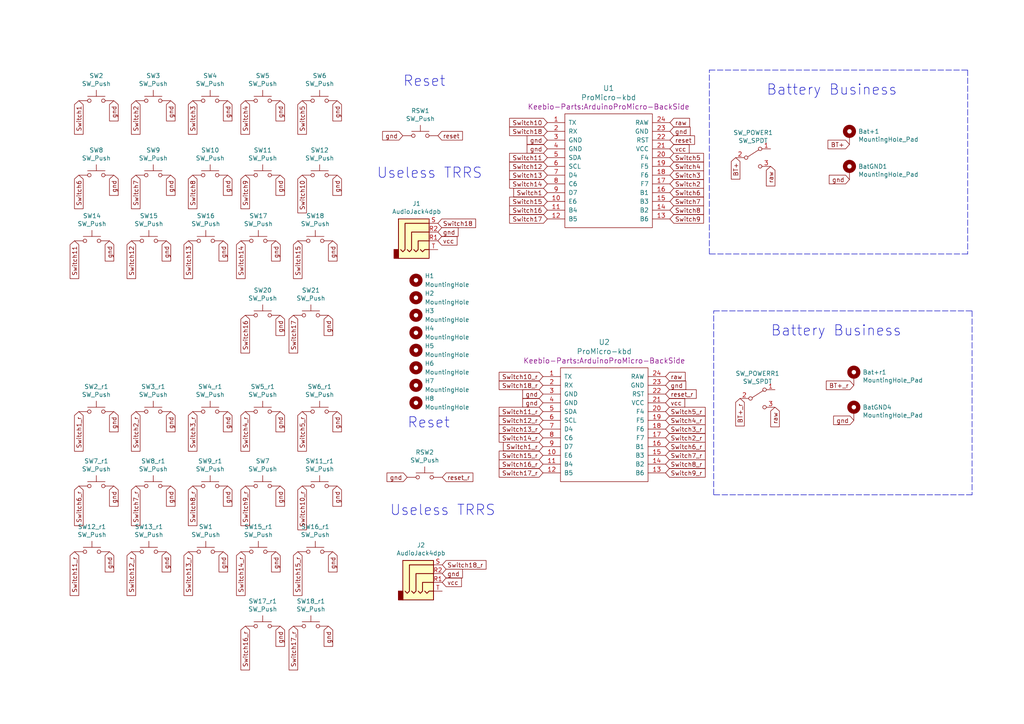
<source format=kicad_sch>
(kicad_sch (version 20211123) (generator eeschema)
  (paper "A4")
  (title_block (title "Sweep V2") (date "2021-03-10") (rev "0.1") (company "broomlabs"))
  (lib_symbols
    (symbol "Connector:AudioJack4"
      (property "Reference" "J" (at 0 8.89 0))
      (property "Value" "AudioJack4" (at 0 6.35 0))
      (symbol "AudioJack4_0_1"
        (rectangle (start -6.35 -5.08) (end -7.62 -7.62) (stroke (width 0.254)) (fill (type outline)))
        (polyline (pts (xy 0 -5.08) (xy 0.635 -5.715) (xy 1.27 -5.08) (xy 2.54 -5.08)) (stroke (width 0.254)))
        (polyline (pts (xy -5.715 -5.08) (xy -5.08 -5.715) (xy -4.445 -5.08) (xy -4.445 2.54) (xy 2.54 2.54)) (stroke (width 0.254)))
        (polyline (pts (xy -1.905 -5.08) (xy -1.27 -5.715) (xy -0.635 -5.08) (xy -0.635 -2.54) (xy 2.54 -2.54)) (stroke (width 0.254)))
        (polyline (pts (xy 2.54 0) (xy -2.54 0) (xy -2.54 -5.08) (xy -3.175 -5.715) (xy -3.81 -5.08)) (stroke (width 0.254)))
        (rectangle (start 2.54 3.81) (end -6.35 -7.62) (stroke (width 0.254)) (fill (type background)))
      )
      (symbol "AudioJack4_1_1"
        (pin passive line (at 5.08 -2.54 180) (length 2.54) (name "~") (number "R1"))
        (pin passive line (at 5.08 0 180) (length 2.54) (name "~") (number "R2"))
        (pin passive line (at 5.08 2.54 180) (length 2.54) (name "~") (number "S"))
        (pin passive line (at 5.08 -5.08 180) (length 2.54) (name "~") (number "T"))
      )
    )
    (symbol "Mechanical:MountingHole" (pin_names (offset 1.016))
      (property "Reference" "H" (at 0 5.08 0))
      (property "Value" "MountingHole" (at 0 3.175 0))
      (symbol "MountingHole_0_1"
        (circle (center 0 0) (radius 1.27) (stroke (width 1.27)))
      )
    )
    (symbol "Mechanical:MountingHole_Pad" (pin_numbers hide) (pin_names (offset 1.016) hide)
      (property "Reference" "H" (at 0 6.35 0))
      (property "Value" "MountingHole_Pad" (at 0 4.445 0))
      (symbol "MountingHole_Pad_0_1"
        (circle (center 0 1.27) (radius 1.27) (stroke (width 1.27)))
      )
      (symbol "MountingHole_Pad_1_1"
        (pin input line (at 0 -2.54 90) (length 2.54) (name "1") (number "1"))
      )
    )
    (symbol "Switch:SW_Push" (pin_numbers hide) (pin_names (offset 1.016) hide)
      (property "Reference" "SW" (at 1.27 2.54 0))
      (property "Value" "SW_Push" (at 0 -1.524 0))
      (symbol "SW_Push_0_1"
        (circle (center -2.032 0) (radius 0.508))
        (polyline (pts (xy 0 1.27) (xy 0 3.048)))
        (polyline (pts (xy 2.54 1.27) (xy -2.54 1.27)))
        (circle (center 2.032 0) (radius 0.508))
        (pin passive line (at -5.08 0 0) (length 2.54) (name "1") (number "1"))
        (pin passive line (at 5.08 0 180) (length 2.54) (name "2") (number "2"))
      )
    )
    (symbol "Switch:SW_SPDT" (pin_names (offset 0) hide)
      (property "Reference" "SW" (at 0 4.318 0))
      (property "Value" "SW_SPDT" (at 0 -5.08 0))
      (symbol "SW_SPDT_0_0"
        (circle (center -2.032 0) (radius 0.508))
        (circle (center 2.032 -2.54) (radius 0.508))
      )
      (symbol "SW_SPDT_0_1"
        (polyline (pts (xy -1.524 0.254) (xy 1.651 2.286)))
        (circle (center 2.032 2.54) (radius 0.508))
      )
      (symbol "SW_SPDT_1_1"
        (pin passive line (at 5.08 2.54 180) (length 2.54) (name "A") (number "1"))
        (pin passive line (at -5.08 0 0) (length 2.54) (name "B") (number "2"))
        (pin passive line (at 5.08 -2.54 180) (length 2.54) (name "C") (number "3"))
      )
    )
    (symbol "sweepv2-rescue:ProMicro-kbd-bigblackpill-34key-rescue" (pin_names (offset 1.016))
      (property "Reference" "U" (at 0 24.13 0))
      (property "Value" "ProMicro-kbd-bigblackpill-34key-rescue" (at 0 -13.97 0))
      (symbol "ProMicro-kbd-bigblackpill-34key-rescue_0_1"
        (rectangle (start -12.7 21.59) (end 12.7 -11.43))
      )
      (symbol "ProMicro-kbd-bigblackpill-34key-rescue_1_1"
        (pin bidirectional line (at -17.78 19.05 0) (length 5.08) (name "TX") (number "1"))
        (pin bidirectional line (at -17.78 -3.81 0) (length 5.08) (name "E6") (number "10"))
        (pin bidirectional line (at -17.78 -6.35 0) (length 5.08) (name "B4") (number "11"))
        (pin bidirectional line (at -17.78 -8.89 0) (length 5.08) (name "B5") (number "12"))
        (pin bidirectional line (at 17.78 -8.89 180) (length 5.08) (name "B6") (number "13"))
        (pin bidirectional line (at 17.78 -6.35 180) (length 5.08) (name "B2") (number "14"))
        (pin bidirectional line (at 17.78 -3.81 180) (length 5.08) (name "B3") (number "15"))
        (pin bidirectional line (at 17.78 -1.27 180) (length 5.08) (name "B1") (number "16"))
        (pin bidirectional line (at 17.78 1.27 180) (length 5.08) (name "F7") (number "17"))
        (pin bidirectional line (at 17.78 3.81 180) (length 5.08) (name "F6") (number "18"))
        (pin bidirectional line (at 17.78 6.35 180) (length 5.08) (name "F5") (number "19"))
        (pin bidirectional line (at -17.78 16.51 0) (length 5.08) (name "RX") (number "2"))
        (pin bidirectional line (at 17.78 8.89 180) (length 5.08) (name "F4") (number "20"))
        (pin power_in line (at 17.78 11.43 180) (length 5.08) (name "VCC") (number "21"))
        (pin input line (at 17.78 13.97 180) (length 5.08) (name "RST") (number "22"))
        (pin power_in line (at 17.78 16.51 180) (length 5.08) (name "GND") (number "23"))
        (pin power_out line (at 17.78 19.05 180) (length 5.08) (name "RAW") (number "24"))
        (pin power_in line (at -17.78 13.97 0) (length 5.08) (name "GND") (number "3"))
        (pin power_in line (at -17.78 11.43 0) (length 5.08) (name "GND") (number "4"))
        (pin bidirectional line (at -17.78 8.89 0) (length 5.08) (name "SDA") (number "5"))
        (pin bidirectional line (at -17.78 6.35 0) (length 5.08) (name "SCL") (number "6"))
        (pin bidirectional line (at -17.78 3.81 0) (length 5.08) (name "D4") (number "7"))
        (pin bidirectional line (at -17.78 1.27 0) (length 5.08) (name "C6") (number "8"))
        (pin bidirectional line (at -17.78 -1.27 0) (length 5.08) (name "D7") (number "9"))
      )
    )
  )
  (polyline (pts (xy 280.67 20.32) (xy 280.67 73.66)))
  (polyline (pts (xy 207.01 143.51) (xy 207.01 90.17)))
  (polyline (pts (xy 207.01 90.17) (xy 281.94 90.17)))
  (polyline (pts (xy 280.67 73.66) (xy 205.74 73.66)))
  (polyline (pts (xy 281.94 143.51) (xy 207.01 143.51)))
  (polyline (pts (xy 205.74 20.32) (xy 280.67 20.32)))
  (polyline (pts (xy 281.94 90.17) (xy 281.94 143.51)))
  (polyline (pts (xy 205.74 73.66) (xy 205.74 20.32)))
  (text "Battery Business" (at 223.52 97.79 0) (effects (font (size 2.9972 2.9972)) (justify left bottom)))
  (text "Useless TRRS\n" (at 113.03 149.86 0) (effects (font (size 2.9972 2.9972)) (justify left bottom)))
  (text "Reset" (at 118.11 124.46 0) (effects (font (size 2.9972 2.9972)) (justify left bottom)))
  (text "Reset" (at 116.84 25.4 0) (effects (font (size 2.9972 2.9972)) (justify left bottom)))
  (text "Useless TRRS\n" (at 109.22 52.07 0) (effects (font (size 2.9972 2.9972)) (justify left bottom)))
  (text "Battery Business" (at 222.25 27.94 0) (effects (font (size 2.9972 2.9972)) (justify left bottom)))
  (global_label "gnd" (shape input) (at 66.04 29.21 270) (property "Intersheet References" "${INTERSHEET_REFS}" (effects hide)))
  (global_label "gnd" (shape input) (at 95.25 181.61 270) (property "Intersheet References" "${INTERSHEET_REFS}" (effects hide)))
  (global_label "Switch9_r" (shape input) (at 71.12 140.97 270) (property "Intersheet References" "${INTERSHEET_REFS}" (effects hide)))
  (global_label "gnd" (shape input) (at 96.52 69.85 270) (property "Intersheet References" "${INTERSHEET_REFS}" (effects hide)))
  (global_label "Switch3" (shape input) (at 55.88 29.21 270) (property "Intersheet References" "${INTERSHEET_REFS}" (effects hide)))
  (global_label "Switch8" (shape input) (at 55.88 50.8 270) (property "Intersheet References" "${INTERSHEET_REFS}" (effects hide)))
  (global_label "gnd" (shape input) (at 116.84 39.37 180) (property "Intersheet References" "${INTERSHEET_REFS}" (effects hide)))
  (global_label "Switch10_r" (shape input) (at 87.63 140.97 270) (property "Intersheet References" "${INTERSHEET_REFS}" (effects hide)))
  (global_label "BT+_r" (shape input) (at 247.65 111.76 180) (property "Intersheet References" "${INTERSHEET_REFS}" (effects hide)))
  (global_label "gnd" (shape input) (at 81.28 181.61 270) (property "Intersheet References" "${INTERSHEET_REFS}" (effects hide)))
  (global_label "Switch18_r" (shape input) (at 157.48 111.76 180) (property "Intersheet References" "${INTERSHEET_REFS}" (effects hide)))
  (global_label "gnd" (shape input) (at 49.53 50.8 270) (property "Intersheet References" "${INTERSHEET_REFS}" (effects hide)))
  (global_label "Switch11" (shape input) (at 158.75 45.72 180) (property "Intersheet References" "${INTERSHEET_REFS}" (effects hide)))
  (global_label "gnd" (shape input) (at 81.28 29.21 270) (property "Intersheet References" "${INTERSHEET_REFS}" (effects hide)))
  (global_label "Switch9" (shape input) (at 194.31 63.5 0) (property "Intersheet References" "${INTERSHEET_REFS}" (effects hide)))
  (global_label "BT+" (shape input) (at 246.38 41.91 180) (property "Intersheet References" "${INTERSHEET_REFS}" (effects hide)))
  (global_label "gnd" (shape input) (at 128.27 166.37 0) (property "Intersheet References" "${INTERSHEET_REFS}" (effects hide)))
  (global_label "Switch15_r" (shape input) (at 157.48 132.08 180) (property "Intersheet References" "${INTERSHEET_REFS}" (effects hide)))
  (global_label "Switch3" (shape input) (at 194.31 50.8 0) (property "Intersheet References" "${INTERSHEET_REFS}" (effects hide)))
  (global_label "Switch10_r" (shape input) (at 157.48 109.22 180) (property "Intersheet References" "${INTERSHEET_REFS}" (effects hide)))
  (global_label "Switch14_r" (shape input) (at 69.85 160.02 270) (property "Intersheet References" "${INTERSHEET_REFS}" (effects hide)))
  (global_label "Switch4_r" (shape input) (at 71.12 119.38 270) (property "Intersheet References" "${INTERSHEET_REFS}" (effects hide)))
  (global_label "gnd" (shape input) (at 157.48 116.84 180) (property "Intersheet References" "${INTERSHEET_REFS}" (effects hide)))
  (global_label "Switch8_r" (shape input) (at 55.88 140.97 270) (property "Intersheet References" "${INTERSHEET_REFS}" (effects hide)))
  (global_label "BT+" (shape input) (at 213.36 45.72 270) (property "Intersheet References" "${INTERSHEET_REFS}" (effects hide)))
  (global_label "Switch14_r" (shape input) (at 157.48 127 180) (property "Intersheet References" "${INTERSHEET_REFS}" (effects hide)))
  (global_label "Switch6" (shape input) (at 194.31 55.88 0) (property "Intersheet References" "${INTERSHEET_REFS}" (effects hide)))
  (global_label "Switch14" (shape input) (at 69.85 69.85 270) (property "Intersheet References" "${INTERSHEET_REFS}" (effects hide)))
  (global_label "gnd" (shape input) (at 158.75 43.18 180) (property "Intersheet References" "${INTERSHEET_REFS}" (effects hide)))
  (global_label "Switch16" (shape input) (at 158.75 60.96 180) (property "Intersheet References" "${INTERSHEET_REFS}" (effects hide)))
  (global_label "gnd" (shape input) (at 81.28 50.8 270) (property "Intersheet References" "${INTERSHEET_REFS}" (effects hide)))
  (global_label "raw" (shape input) (at 193.04 109.22 0) (property "Intersheet References" "${INTERSHEET_REFS}" (effects hide)))
  (global_label "Switch5_r" (shape input) (at 193.04 119.38 0) (property "Intersheet References" "${INTERSHEET_REFS}" (effects hide)))
  (global_label "Switch18" (shape input) (at 127 64.77 0) (property "Intersheet References" "${INTERSHEET_REFS}" (effects hide)))
  (global_label "Switch11" (shape input) (at 21.59 69.85 270) (property "Intersheet References" "${INTERSHEET_REFS}" (effects hide)))
  (global_label "Switch7_r" (shape input) (at 39.37 140.97 270) (property "Intersheet References" "${INTERSHEET_REFS}" (effects hide)))
  (global_label "Switch7" (shape input) (at 194.31 58.42 0) (property "Intersheet References" "${INTERSHEET_REFS}" (effects hide)))
  (global_label "Switch15_r" (shape input) (at 86.36 160.02 270) (property "Intersheet References" "${INTERSHEET_REFS}" (effects hide)))
  (global_label "Switch6" (shape input) (at 22.86 50.8 270) (property "Intersheet References" "${INTERSHEET_REFS}" (effects hide)))
  (global_label "Switch1_r" (shape input) (at 157.48 129.54 180) (property "Intersheet References" "${INTERSHEET_REFS}" (effects hide)))
  (global_label "gnd" (shape input) (at 95.25 91.44 270) (property "Intersheet References" "${INTERSHEET_REFS}" (effects hide)))
  (global_label "gnd" (shape input) (at 48.26 160.02 270) (property "Intersheet References" "${INTERSHEET_REFS}" (effects hide)))
  (global_label "reset_r" (shape input) (at 128.27 138.43 0) (property "Intersheet References" "${INTERSHEET_REFS}" (effects hide)))
  (global_label "Switch2" (shape input) (at 194.31 53.34 0) (property "Intersheet References" "${INTERSHEET_REFS}" (effects hide)))
  (global_label "Switch7" (shape input) (at 39.37 50.8 270) (property "Intersheet References" "${INTERSHEET_REFS}" (effects hide)))
  (global_label "gnd" (shape input) (at 158.75 40.64 180) (property "Intersheet References" "${INTERSHEET_REFS}" (effects hide)))
  (global_label "Switch17_r" (shape input) (at 85.09 181.61 270) (property "Intersheet References" "${INTERSHEET_REFS}" (effects hide)))
  (global_label "Switch10" (shape input) (at 87.63 50.8 270) (property "Intersheet References" "${INTERSHEET_REFS}" (effects hide)))
  (global_label "gnd" (shape input) (at 247.65 121.92 180) (property "Intersheet References" "${INTERSHEET_REFS}" (effects hide)))
  (global_label "reset" (shape input) (at 127 39.37 0) (property "Intersheet References" "${INTERSHEET_REFS}" (effects hide)))
  (global_label "Switch4_r" (shape input) (at 193.04 121.92 0) (property "Intersheet References" "${INTERSHEET_REFS}" (effects hide)))
  (global_label "reset_r" (shape input) (at 193.04 114.3 0) (property "Intersheet References" "${INTERSHEET_REFS}" (effects hide)))
  (global_label "Switch2_r" (shape input) (at 39.37 119.38 270) (property "Intersheet References" "${INTERSHEET_REFS}" (effects hide)))
  (global_label "Switch13" (shape input) (at 54.61 69.85 270) (property "Intersheet References" "${INTERSHEET_REFS}" (effects hide)))
  (global_label "Switch12_r" (shape input) (at 157.48 121.92 180) (property "Intersheet References" "${INTERSHEET_REFS}" (effects hide)))
  (global_label "gnd" (shape input) (at 193.04 111.76 0) (property "Intersheet References" "${INTERSHEET_REFS}" (effects hide)))
  (global_label "gnd" (shape input) (at 97.79 29.21 270) (property "Intersheet References" "${INTERSHEET_REFS}" (effects hide)))
  (global_label "Switch16_r" (shape input) (at 71.12 181.61 270) (property "Intersheet References" "${INTERSHEET_REFS}" (effects hide)))
  (global_label "Switch18_r" (shape input) (at 128.27 163.83 0) (property "Intersheet References" "${INTERSHEET_REFS}" (effects hide)))
  (global_label "gnd" (shape input) (at 81.28 140.97 270) (property "Intersheet References" "${INTERSHEET_REFS}" (effects hide)))
  (global_label "gnd" (shape input) (at 49.53 140.97 270) (property "Intersheet References" "${INTERSHEET_REFS}" (effects hide)))
  (global_label "gnd" (shape input) (at 80.01 160.02 270) (property "Intersheet References" "${INTERSHEET_REFS}" (effects hide)))
  (global_label "gnd" (shape input) (at 118.11 138.43 180) (property "Intersheet References" "${INTERSHEET_REFS}" (effects hide)))
  (global_label "Switch8_r" (shape input) (at 193.04 134.62 0) (property "Intersheet References" "${INTERSHEET_REFS}" (effects hide)))
  (global_label "gnd" (shape input) (at 49.53 29.21 270) (property "Intersheet References" "${INTERSHEET_REFS}" (effects hide)))
  (global_label "Switch1" (shape input) (at 22.86 29.21 270) (property "Intersheet References" "${INTERSHEET_REFS}" (effects hide)))
  (global_label "vcc" (shape input) (at 127 69.85 0) (property "Intersheet References" "${INTERSHEET_REFS}" (effects hide)))
  (global_label "vcc" (shape input) (at 128.27 168.91 0) (property "Intersheet References" "${INTERSHEET_REFS}" (effects hide)))
  (global_label "raw" (shape input) (at 224.79 118.11 270) (property "Intersheet References" "${INTERSHEET_REFS}" (effects hide)))
  (global_label "gnd" (shape input) (at 66.04 119.38 270) (property "Intersheet References" "${INTERSHEET_REFS}" (effects hide)))
  (global_label "gnd" (shape input) (at 31.75 69.85 270) (property "Intersheet References" "${INTERSHEET_REFS}" (effects hide)))
  (global_label "gnd" (shape input) (at 96.52 160.02 270) (property "Intersheet References" "${INTERSHEET_REFS}" (effects hide)))
  (global_label "Switch12" (shape input) (at 38.1 69.85 270) (property "Intersheet References" "${INTERSHEET_REFS}" (effects hide)))
  (global_label "Switch11_r" (shape input) (at 21.59 160.02 270) (property "Intersheet References" "${INTERSHEET_REFS}" (effects hide)))
  (global_label "Switch2" (shape input) (at 39.37 29.21 270) (property "Intersheet References" "${INTERSHEET_REFS}" (effects hide)))
  (global_label "Switch8" (shape input) (at 194.31 60.96 0) (property "Intersheet References" "${INTERSHEET_REFS}" (effects hide)))
  (global_label "gnd" (shape input) (at 157.48 114.3 180) (property "Intersheet References" "${INTERSHEET_REFS}" (effects hide)))
  (global_label "gnd" (shape input) (at 97.79 140.97 270) (property "Intersheet References" "${INTERSHEET_REFS}" (effects hide)))
  (global_label "Switch5" (shape input) (at 194.31 45.72 0) (property "Intersheet References" "${INTERSHEET_REFS}" (effects hide)))
  (global_label "Switch7_r" (shape input) (at 193.04 132.08 0) (property "Intersheet References" "${INTERSHEET_REFS}" (effects hide)))
  (global_label "gnd" (shape input) (at 33.02 119.38 270) (property "Intersheet References" "${INTERSHEET_REFS}" (effects hide)))
  (global_label "gnd" (shape input) (at 33.02 29.21 270) (property "Intersheet References" "${INTERSHEET_REFS}" (effects hide)))
  (global_label "Switch17" (shape input) (at 85.09 91.44 270) (property "Intersheet References" "${INTERSHEET_REFS}" (effects hide)))
  (global_label "Switch3_r" (shape input) (at 55.88 119.38 270) (property "Intersheet References" "${INTERSHEET_REFS}" (effects hide)))
  (global_label "Switch18" (shape input) (at 158.75 38.1 180) (property "Intersheet References" "${INTERSHEET_REFS}" (effects hide)))
  (global_label "reset" (shape input) (at 194.31 40.64 0) (property "Intersheet References" "${INTERSHEET_REFS}" (effects hide)))
  (global_label "Switch11_r" (shape input) (at 157.48 119.38 180) (property "Intersheet References" "${INTERSHEET_REFS}" (effects hide)))
  (global_label "Switch15" (shape input) (at 86.36 69.85 270) (property "Intersheet References" "${INTERSHEET_REFS}" (effects hide)))
  (global_label "gnd" (shape input) (at 97.79 119.38 270) (property "Intersheet References" "${INTERSHEET_REFS}" (effects hide)))
  (global_label "Switch4" (shape input) (at 194.31 48.26 0) (property "Intersheet References" "${INTERSHEET_REFS}" (effects hide)))
  (global_label "Switch5" (shape input) (at 87.63 29.21 270) (property "Intersheet References" "${INTERSHEET_REFS}" (effects hide)))
  (global_label "gnd" (shape input) (at 127 67.31 0) (property "Intersheet References" "${INTERSHEET_REFS}" (effects hide)))
  (global_label "vcc" (shape input) (at 194.31 43.18 0) (property "Intersheet References" "${INTERSHEET_REFS}" (effects hide)))
  (global_label "gnd" (shape input) (at 64.77 69.85 270) (property "Intersheet References" "${INTERSHEET_REFS}" (effects hide)))
  (global_label "gnd" (shape input) (at 66.04 50.8 270) (property "Intersheet References" "${INTERSHEET_REFS}" (effects hide)))
  (global_label "raw" (shape input) (at 223.52 48.26 270) (property "Intersheet References" "${INTERSHEET_REFS}" (effects hide)))
  (global_label "gnd" (shape input) (at 49.53 119.38 270) (property "Intersheet References" "${INTERSHEET_REFS}" (effects hide)))
  (global_label "Switch17_r" (shape input) (at 157.48 137.16 180) (property "Intersheet References" "${INTERSHEET_REFS}" (effects hide)))
  (global_label "gnd" (shape input) (at 80.01 69.85 270) (property "Intersheet References" "${INTERSHEET_REFS}" (effects hide)))
  (global_label "Switch9" (shape input) (at 71.12 50.8 270) (property "Intersheet References" "${INTERSHEET_REFS}" (effects hide)))
  (global_label "gnd" (shape input) (at 246.38 52.07 180) (property "Intersheet References" "${INTERSHEET_REFS}" (effects hide)))
  (global_label "gnd" (shape input) (at 81.28 91.44 270) (property "Intersheet References" "${INTERSHEET_REFS}" (effects hide)))
  (global_label "gnd" (shape input) (at 48.26 69.85 270) (property "Intersheet References" "${INTERSHEET_REFS}" (effects hide)))
  (global_label "Switch16_r" (shape input) (at 157.48 134.62 180) (property "Intersheet References" "${INTERSHEET_REFS}" (effects hide)))
  (global_label "Switch1" (shape input) (at 158.75 55.88 180) (property "Intersheet References" "${INTERSHEET_REFS}" (effects hide)))
  (global_label "gnd" (shape input) (at 194.31 38.1 0) (property "Intersheet References" "${INTERSHEET_REFS}" (effects hide)))
  (global_label "BT+_r" (shape input) (at 214.63 115.57 270) (property "Intersheet References" "${INTERSHEET_REFS}" (effects hide)))
  (global_label "gnd" (shape input) (at 33.02 50.8 270) (property "Intersheet References" "${INTERSHEET_REFS}" (effects hide)))
  (global_label "Switch9_r" (shape input) (at 193.04 137.16 0) (property "Intersheet References" "${INTERSHEET_REFS}" (effects hide)))
  (global_label "Switch4" (shape input) (at 71.12 29.21 270) (property "Intersheet References" "${INTERSHEET_REFS}" (effects hide)))
  (global_label "Switch12" (shape input) (at 158.75 48.26 180) (property "Intersheet References" "${INTERSHEET_REFS}" (effects hide)))
  (global_label "Switch13" (shape input) (at 158.75 50.8 180) (property "Intersheet References" "${INTERSHEET_REFS}" (effects hide)))
  (global_label "Switch15" (shape input) (at 158.75 58.42 180) (property "Intersheet References" "${INTERSHEET_REFS}" (effects hide)))
  (global_label "Switch14" (shape input) (at 158.75 53.34 180) (property "Intersheet References" "${INTERSHEET_REFS}" (effects hide)))
  (global_label "gnd" (shape input) (at 81.28 119.38 270) (property "Intersheet References" "${INTERSHEET_REFS}" (effects hide)))
  (global_label "Switch6_r" (shape input) (at 193.04 129.54 0) (property "Intersheet References" "${INTERSHEET_REFS}" (effects hide)))
  (global_label "gnd" (shape input) (at 66.04 140.97 270) (property "Intersheet References" "${INTERSHEET_REFS}" (effects hide)))
  (global_label "gnd" (shape input) (at 64.77 160.02 270) (property "Intersheet References" "${INTERSHEET_REFS}" (effects hide)))
  (global_label "Switch5_r" (shape input) (at 87.63 119.38 270) (property "Intersheet References" "${INTERSHEET_REFS}" (effects hide)))
  (global_label "Switch6_r" (shape input) (at 22.86 140.97 270) (property "Intersheet References" "${INTERSHEET_REFS}" (effects hide)))
  (global_label "Switch3_r" (shape input) (at 193.04 124.46 0) (property "Intersheet References" "${INTERSHEET_REFS}" (effects hide)))
  (global_label "Switch12_r" (shape input) (at 38.1 160.02 270) (property "Intersheet References" "${INTERSHEET_REFS}" (effects hide)))
  (global_label "Switch1_r" (shape input) (at 22.86 119.38 270) (property "Intersheet References" "${INTERSHEET_REFS}" (effects hide)))
  (global_label "Switch2_r" (shape input) (at 193.04 127 0) (property "Intersheet References" "${INTERSHEET_REFS}" (effects hide)))
  (global_label "Switch13_r" (shape input) (at 54.61 160.02 270) (property "Intersheet References" "${INTERSHEET_REFS}" (effects hide)))
  (global_label "gnd" (shape input) (at 33.02 140.97 270) (property "Intersheet References" "${INTERSHEET_REFS}" (effects hide)))
  (global_label "gnd" (shape input) (at 97.79 50.8 270) (property "Intersheet References" "${INTERSHEET_REFS}" (effects hide)))
  (global_label "gnd" (shape input) (at 31.75 160.02 270) (property "Intersheet References" "${INTERSHEET_REFS}" (effects hide)))
  (global_label "raw" (shape input) (at 194.31 35.56 0) (property "Intersheet References" "${INTERSHEET_REFS}" (effects hide)))
  (global_label "Switch17" (shape input) (at 158.75 63.5 180) (property "Intersheet References" "${INTERSHEET_REFS}" (effects hide)))
  (global_label "Switch13_r" (shape input) (at 157.48 124.46 180) (property "Intersheet References" "${INTERSHEET_REFS}" (effects hide)))
  (global_label "Switch10" (shape input) (at 158.75 35.56 180) (property "Intersheet References" "${INTERSHEET_REFS}" (effects hide)))
  (global_label "vcc" (shape input) (at 193.04 116.84 0) (property "Intersheet References" "${INTERSHEET_REFS}" (effects hide)))
  (global_label "Switch16" (shape input) (at 71.12 91.44 270) (property "Intersheet References" "${INTERSHEET_REFS}" (effects hide)))
  (symbol (lib_id "Mechanical:MountingHole_Pad") (at 246.38 39.37 0) (unit 1)
    (property "Reference" "Bat+1" (at 248.92 38.1254 0) (effects (justify left)))
    (property "Value" "MountingHole_Pad" (at 248.92 40.4368 0) (effects (justify left)))
    (property "Footprint" "Connector_Pin:Pin_D1.0mm_L10.0mm_LooseFit" (effects hide))
  )
  (symbol (lib_id "Mechanical:MountingHole_Pad") (at 246.38 49.53 0) (unit 1)
    (property "Reference" "BatGND1" (at 248.92 48.2854 0) (effects (justify left)))
    (property "Value" "MountingHole_Pad" (at 248.92 50.5968 0) (effects (justify left)))
    (property "Footprint" "Connector_Pin:Pin_D1.0mm_L10.0mm_LooseFit" (effects hide))
  )
  (symbol (lib_id "sweepv2-rescue:ProMicro-kbd-bigblackpill-34key-rescue") (at 176.53 54.61 0) (unit 1)
    (property "Reference" "U1" (at 176.53 25.5778 0) (effects (font (size 1.524 1.524))))
    (property "Value" "ProMicro-kbd" (at 176.53 28.2702 0) (effects (font (size 1.524 1.524))))
    (property "Footprint" "Keebio-Parts:ArduinoProMicro-BackSide" (at 176.53 30.9626 0) (effects (font (size 1.524 1.524))))
  )
  (symbol (lib_id "Switch:SW_Push") (at 27.94 29.21 0) (unit 1)
    (property "Reference" "SW2" (at 27.94 21.971 0))
    (property "Value" "SW_Push" (at 27.94 24.2824 0))
    (property "Footprint" "Switch_Keyboard_Kailh:SW_Kailh_Choc_V1" (effects hide))
  )
  (symbol (lib_id "Switch:SW_Push") (at 44.45 29.21 0) (unit 1)
    (property "Reference" "SW3" (at 44.45 21.971 0))
    (property "Value" "SW_Push" (at 44.45 24.2824 0))
    (property "Footprint" "Switch_Keyboard_Kailh:SW_Kailh_Choc_V1" (effects hide))
  )
  (symbol (lib_id "Switch:SW_Push") (at 60.96 29.21 0) (unit 1)
    (property "Reference" "SW4" (at 60.96 21.971 0))
    (property "Value" "SW_Push" (at 60.96 24.2824 0))
    (property "Footprint" "Switch_Keyboard_Kailh:SW_Kailh_Choc_V1" (effects hide))
  )
  (symbol (lib_id "Switch:SW_Push") (at 76.2 29.21 0) (unit 1)
    (property "Reference" "SW5" (at 76.2 21.971 0))
    (property "Value" "SW_Push" (at 76.2 24.2824 0))
    (property "Footprint" "Switch_Keyboard_Kailh:SW_Kailh_Choc_V1" (effects hide))
  )
  (symbol (lib_id "Switch:SW_Push") (at 92.71 29.21 0) (unit 1)
    (property "Reference" "SW6" (at 92.71 21.971 0))
    (property "Value" "SW_Push" (at 92.71 24.2824 0))
    (property "Footprint" "Switch_Keyboard_Kailh:SW_Kailh_Choc_V1" (effects hide))
  )
  (symbol (lib_id "Switch:SW_Push") (at 76.2 91.44 0) (unit 1)
    (property "Reference" "SW20" (at 76.2 84.201 0))
    (property "Value" "SW_Push" (at 76.2 86.5124 0))
    (property "Footprint" "Switch_Keyboard_Kailh:SW_Kailh_Choc_V1" (effects hide))
  )
  (symbol (lib_id "Switch:SW_Push") (at 90.17 91.44 0) (unit 1)
    (property "Reference" "SW21" (at 90.17 84.201 0))
    (property "Value" "SW_Push" (at 90.17 86.5124 0))
    (property "Footprint" "Switch_Keyboard_Kailh:SW_Kailh_Choc_V1" (effects hide))
  )
  (symbol (lib_id "Switch:SW_Push") (at 27.94 50.8 0) (unit 1)
    (property "Reference" "SW8" (at 27.94 43.561 0))
    (property "Value" "SW_Push" (at 27.94 45.8724 0))
    (property "Footprint" "Switch_Keyboard_Kailh:SW_Kailh_Choc_V1" (effects hide))
  )
  (symbol (lib_id "Switch:SW_Push") (at 44.45 50.8 0) (unit 1)
    (property "Reference" "SW9" (at 44.45 43.561 0))
    (property "Value" "SW_Push" (at 44.45 45.8724 0))
    (property "Footprint" "Switch_Keyboard_Kailh:SW_Kailh_Choc_V1" (effects hide))
  )
  (symbol (lib_id "Switch:SW_Push") (at 60.96 50.8 0) (unit 1)
    (property "Reference" "SW10" (at 60.96 43.561 0))
    (property "Value" "SW_Push" (at 60.96 45.8724 0))
    (property "Footprint" "Switch_Keyboard_Kailh:SW_Kailh_Choc_V1" (effects hide))
  )
  (symbol (lib_id "Switch:SW_Push") (at 76.2 50.8 0) (unit 1)
    (property "Reference" "SW11" (at 76.2 43.561 0))
    (property "Value" "SW_Push" (at 76.2 45.8724 0))
    (property "Footprint" "Switch_Keyboard_Kailh:SW_Kailh_Choc_V1" (effects hide))
  )
  (symbol (lib_id "Switch:SW_Push") (at 92.71 50.8 0) (unit 1)
    (property "Reference" "SW12" (at 92.71 43.561 0))
    (property "Value" "SW_Push" (at 92.71 45.8724 0))
    (property "Footprint" "Switch_Keyboard_Kailh:SW_Kailh_Choc_V1" (effects hide))
  )
  (symbol (lib_id "Switch:SW_Push") (at 26.67 69.85 0) (unit 1)
    (property "Reference" "SW14" (at 26.67 62.611 0))
    (property "Value" "SW_Push" (at 26.67 64.9224 0))
    (property "Footprint" "Switch_Keyboard_Kailh:SW_Kailh_Choc_V1" (effects hide))
  )
  (symbol (lib_id "Switch:SW_Push") (at 43.18 69.85 0) (unit 1)
    (property "Reference" "SW15" (at 43.18 62.611 0))
    (property "Value" "SW_Push" (at 43.18 64.9224 0))
    (property "Footprint" "Switch_Keyboard_Kailh:SW_Kailh_Choc_V1" (effects hide))
  )
  (symbol (lib_id "Switch:SW_Push") (at 59.69 69.85 0) (unit 1)
    (property "Reference" "SW16" (at 59.69 62.611 0))
    (property "Value" "SW_Push" (at 59.69 64.9224 0))
    (property "Footprint" "Switch_Keyboard_Kailh:SW_Kailh_Choc_V1" (effects hide))
  )
  (symbol (lib_id "Switch:SW_Push") (at 74.93 69.85 0) (unit 1)
    (property "Reference" "SW17" (at 74.93 62.611 0))
    (property "Value" "SW_Push" (at 74.93 64.9224 0))
    (property "Footprint" "Switch_Keyboard_Kailh:SW_Kailh_Choc_V1" (effects hide))
  )
  (symbol (lib_id "Switch:SW_Push") (at 91.44 69.85 0) (unit 1)
    (property "Reference" "SW18" (at 91.44 62.611 0))
    (property "Value" "SW_Push" (at 91.44 64.9224 0))
    (property "Footprint" "Switch_Keyboard_Kailh:SW_Kailh_Choc_V1" (effects hide))
  )
  (symbol (lib_id "Switch:SW_Push") (at 121.92 39.37 0) (unit 1)
    (property "Reference" "RSW1" (at 121.92 32.131 0))
    (property "Value" "SW_Push" (at 121.92 34.4424 0))
    (property "Footprint" "Button_Switch_SMD:SW_Push_SPST_NO_Alps_SKRK" (effects hide))
  )
  (symbol (lib_id "Switch:SW_SPDT") (at 218.44 45.72 0) (unit 1)
    (property "Reference" "SW_POWER1" (at 218.44 38.481 0))
    (property "Value" "SW_SPDT" (at 218.44 40.7924 0))
    (property "Footprint" "Button_Switch_SMD:SW_SPDT_PCM12" (effects hide))
  )
  (symbol (lib_id "Connector:AudioJack4") (at 121.92 67.31 0) (unit 1)
    (property "Reference" "J1" (at 120.8278 59.055 0))
    (property "Value" "AudioJack4dpb" (at 120.8278 61.3664 0))
    (property "Footprint" "Connector_Audio:Jack_3.5mm_PJ320D_Horizontal" (effects hide))
  )
  (symbol (lib_id "Switch:SW_Push") (at 27.94 119.38 0) (unit 1)
    (property "Reference" "SW2_r1" (at 27.94 112.141 0))
    (property "Value" "SW_Push" (at 27.94 114.4524 0))
    (property "Footprint" "Switch_Keyboard_Kailh:SW_Kailh_Choc_V1" (effects hide))
  )
  (symbol (lib_id "Switch:SW_Push") (at 44.45 119.38 0) (unit 1)
    (property "Reference" "SW3_r1" (at 44.45 112.141 0))
    (property "Value" "SW_Push" (at 44.45 114.4524 0))
    (property "Footprint" "Switch_Keyboard_Kailh:SW_Kailh_Choc_V1" (effects hide))
  )
  (symbol (lib_id "Switch:SW_Push") (at 60.96 119.38 0) (unit 1)
    (property "Reference" "SW4_r1" (at 60.96 112.141 0))
    (property "Value" "SW_Push" (at 60.96 114.4524 0))
    (property "Footprint" "Switch_Keyboard_Kailh:SW_Kailh_Choc_V1" (effects hide))
  )
  (symbol (lib_id "Switch:SW_Push") (at 76.2 119.38 0) (unit 1)
    (property "Reference" "SW5_r1" (at 76.2 112.141 0))
    (property "Value" "SW_Push" (at 76.2 114.4524 0))
    (property "Footprint" "Switch_Keyboard_Kailh:SW_Kailh_Choc_V1" (effects hide))
  )
  (symbol (lib_id "Switch:SW_Push") (at 92.71 119.38 0) (unit 1)
    (property "Reference" "SW6_r1" (at 92.71 112.141 0))
    (property "Value" "SW_Push" (at 92.71 114.4524 0))
    (property "Footprint" "Switch_Keyboard_Kailh:SW_Kailh_Choc_V1" (effects hide))
  )
  (symbol (lib_id "Switch:SW_Push") (at 76.2 181.61 0) (unit 1)
    (property "Reference" "SW17_r1" (at 76.2 174.371 0))
    (property "Value" "SW_Push" (at 76.2 176.6824 0))
    (property "Footprint" "Switch_Keyboard_Kailh:SW_Kailh_Choc_V1" (effects hide))
  )
  (symbol (lib_id "Switch:SW_Push") (at 90.17 181.61 0) (unit 1)
    (property "Reference" "SW18_r1" (at 90.17 174.371 0))
    (property "Value" "SW_Push" (at 90.17 176.6824 0))
    (property "Footprint" "Switch_Keyboard_Kailh:SW_Kailh_Choc_V1" (effects hide))
  )
  (symbol (lib_id "Switch:SW_Push") (at 27.94 140.97 0) (unit 1)
    (property "Reference" "SW7_r1" (at 27.94 133.731 0))
    (property "Value" "SW_Push" (at 27.94 136.0424 0))
    (property "Footprint" "Switch_Keyboard_Kailh:SW_Kailh_Choc_V1" (effects hide))
  )
  (symbol (lib_id "Switch:SW_Push") (at 44.45 140.97 0) (unit 1)
    (property "Reference" "SW8_r1" (at 44.45 133.731 0))
    (property "Value" "SW_Push" (at 44.45 136.0424 0))
    (property "Footprint" "Switch_Keyboard_Kailh:SW_Kailh_Choc_V1" (effects hide))
  )
  (symbol (lib_id "Switch:SW_Push") (at 60.96 140.97 0) (unit 1)
    (property "Reference" "SW9_r1" (at 60.96 133.731 0))
    (property "Value" "SW_Push" (at 60.96 136.0424 0))
    (property "Footprint" "Switch_Keyboard_Kailh:SW_Kailh_Choc_V1" (effects hide))
  )
  (symbol (lib_id "Switch:SW_Push") (at 92.71 140.97 0) (unit 1)
    (property "Reference" "SW11_r1" (at 92.71 133.731 0))
    (property "Value" "SW_Push" (at 92.71 136.0424 0))
    (property "Footprint" "Switch_Keyboard_Kailh:SW_Kailh_Choc_V1" (effects hide))
  )
  (symbol (lib_id "Switch:SW_Push") (at 26.67 160.02 0) (unit 1)
    (property "Reference" "SW12_r1" (at 26.67 152.781 0))
    (property "Value" "SW_Push" (at 26.67 155.0924 0))
    (property "Footprint" "Switch_Keyboard_Kailh:SW_Kailh_Choc_V1" (effects hide))
  )
  (symbol (lib_id "Switch:SW_Push") (at 43.18 160.02 0) (unit 1)
    (property "Reference" "SW13_r1" (at 43.18 152.781 0))
    (property "Value" "SW_Push" (at 43.18 155.0924 0))
    (property "Footprint" "Switch_Keyboard_Kailh:SW_Kailh_Choc_V1" (effects hide))
  )
  (symbol (lib_id "Switch:SW_Push") (at 74.93 160.02 0) (unit 1)
    (property "Reference" "SW15_r1" (at 74.93 152.781 0))
    (property "Value" "SW_Push" (at 74.93 155.0924 0))
    (property "Footprint" "Switch_Keyboard_Kailh:SW_Kailh_Choc_V1" (effects hide))
  )
  (symbol (lib_id "Switch:SW_Push") (at 91.44 160.02 0) (unit 1)
    (property "Reference" "SW16_r1" (at 91.44 152.781 0))
    (property "Value" "SW_Push" (at 91.44 155.0924 0))
    (property "Footprint" "Switch_Keyboard_Kailh:SW_Kailh_Choc_V1" (effects hide))
  )
  (symbol (lib_id "sweepv2-rescue:ProMicro-kbd-bigblackpill-34key-rescue") (at 175.26 128.27 0) (unit 1)
    (property "Reference" "U2" (at 175.26 99.2378 0) (effects (font (size 1.524 1.524))))
    (property "Value" "ProMicro-kbd" (at 175.26 101.9302 0) (effects (font (size 1.524 1.524))))
    (property "Footprint" "Keebio-Parts:ArduinoProMicro-BackSide" (at 175.26 104.6226 0) (effects (font (size 1.524 1.524))))
  )
  (symbol (lib_id "Switch:SW_Push") (at 123.19 138.43 0) (unit 1)
    (property "Reference" "RSW2" (at 123.19 131.191 0))
    (property "Value" "SW_Push" (at 123.19 133.5024 0))
    (property "Footprint" "Button_Switch_SMD:SW_Push_SPST_NO_Alps_SKRK" (effects hide))
  )
  (symbol (lib_id "Connector:AudioJack4") (at 123.19 166.37 0) (unit 1)
    (property "Reference" "J2" (at 122.0978 158.115 0))
    (property "Value" "AudioJack4dpb" (at 122.0978 160.4264 0))
    (property "Footprint" "Connector_Audio:Jack_3.5mm_PJ320D_Horizontal" (effects hide))
  )
  (symbol (lib_id "Switch:SW_SPDT") (at 219.71 115.57 0) (unit 1)
    (property "Reference" "SW_POWERR1" (at 219.71 108.331 0))
    (property "Value" "SW_SPDT" (at 219.71 110.6424 0))
    (property "Footprint" "Button_Switch_SMD:SW_SPDT_PCM12" (effects hide))
  )
  (symbol (lib_id "Mechanical:MountingHole_Pad") (at 247.65 109.22 0) (unit 1)
    (property "Reference" "Bat+r1" (at 250.19 107.9754 0) (effects (justify left)))
    (property "Value" "MountingHole_Pad" (at 250.19 110.2868 0) (effects (justify left)))
    (property "Footprint" "Connector_Pin:Pin_D1.0mm_L10.0mm_LooseFit" (effects hide))
  )
  (symbol (lib_id "Mechanical:MountingHole_Pad") (at 247.65 119.38 0) (unit 1)
    (property "Reference" "BatGND4" (at 250.19 118.1354 0) (effects (justify left)))
    (property "Value" "MountingHole_Pad" (at 250.19 120.4468 0) (effects (justify left)))
    (property "Footprint" "Connector_Pin:Pin_D1.0mm_L10.0mm_LooseFit" (effects hide))
  )
  (symbol (lib_id "Mechanical:MountingHole") (at 120.65 111.76 0) (unit 1)
    (property "Reference" "H7" (at 123.19 110.4899 0) (effects (justify left)))
    (property "Value" "MountingHole" (at 123.19 113.0299 0) (effects (justify left)))
    (property "Footprint" "MountingHole:MountingHole_3.2mm_M3" (effects hide))
  )
  (symbol (lib_id "Mechanical:MountingHole") (at 120.65 86.36 0) (unit 1)
    (property "Reference" "H2" (at 123.19 85.0899 0) (effects (justify left)))
    (property "Value" "MountingHole" (at 123.19 87.6299 0) (effects (justify left)))
    (property "Footprint" "MountingHole:MountingHole_3.2mm_M3" (effects hide))
  )
  (symbol (lib_id "Mechanical:MountingHole") (at 120.65 116.84 0) (unit 1)
    (property "Reference" "H8" (at 123.19 115.5699 0) (effects (justify left)))
    (property "Value" "MountingHole" (at 123.19 118.1099 0) (effects (justify left)))
    (property "Footprint" "MountingHole:MountingHole_3.2mm_M3" (effects hide))
  )
  (symbol (lib_id "Switch:SW_Push") (at 59.69 160.02 0) (unit 1)
    (property "Reference" "SW1" (at 59.69 152.781 0))
    (property "Value" "SW_Push" (at 59.69 155.0924 0))
    (property "Footprint" "Switch_Keyboard_Kailh:SW_Kailh_Choc_V1" (effects hide))
  )
  (symbol (lib_id "Switch:SW_Push") (at 76.2 140.97 0) (unit 1)
    (property "Reference" "SW7" (at 76.2 133.731 0))
    (property "Value" "SW_Push" (at 76.2 136.0424 0))
    (property "Footprint" "Switch_Keyboard_Kailh:SW_Kailh_Choc_V1" (effects hide))
  )
  (symbol (lib_id "Mechanical:MountingHole") (at 120.65 81.28 0) (unit 1)
    (property "Reference" "H1" (at 123.19 80.0099 0) (effects (justify left)))
    (property "Value" "MountingHole" (at 123.19 82.5499 0) (effects (justify left)))
    (property "Footprint" "MountingHole:MountingHole_3.2mm_M3" (effects hide))
  )
  (symbol (lib_id "Mechanical:MountingHole") (at 120.65 101.6 0) (unit 1)
    (property "Reference" "H5" (at 123.19 100.3299 0) (effects (justify left)))
    (property "Value" "MountingHole" (at 123.19 102.8699 0) (effects (justify left)))
    (property "Footprint" "MountingHole:MountingHole_3.2mm_M3" (effects hide))
  )
  (symbol (lib_id "Mechanical:MountingHole") (at 120.65 106.68 0) (unit 1)
    (property "Reference" "H6" (at 123.19 105.4099 0) (effects (justify left)))
    (property "Value" "MountingHole" (at 123.19 107.9499 0) (effects (justify left)))
    (property "Footprint" "MountingHole:MountingHole_3.2mm_M3" (effects hide))
  )
  (symbol (lib_id "Mechanical:MountingHole") (at 120.65 96.52 0) (unit 1)
    (property "Reference" "H4" (at 123.19 95.2499 0) (effects (justify left)))
    (property "Value" "MountingHole" (at 123.19 97.7899 0) (effects (justify left)))
    (property "Footprint" "MountingHole:MountingHole_3.2mm_M3" (effects hide))
  )
  (symbol (lib_id "Mechanical:MountingHole") (at 120.65 91.44 0) (unit 1)
    (property "Reference" "H3" (at 123.19 90.1699 0) (effects (justify left)))
    (property "Value" "MountingHole" (at 123.19 92.7099 0) (effects (justify left)))
    (property "Footprint" "MountingHole:MountingHole_3.2mm_M3" (effects hide))
  )
)
</source>
